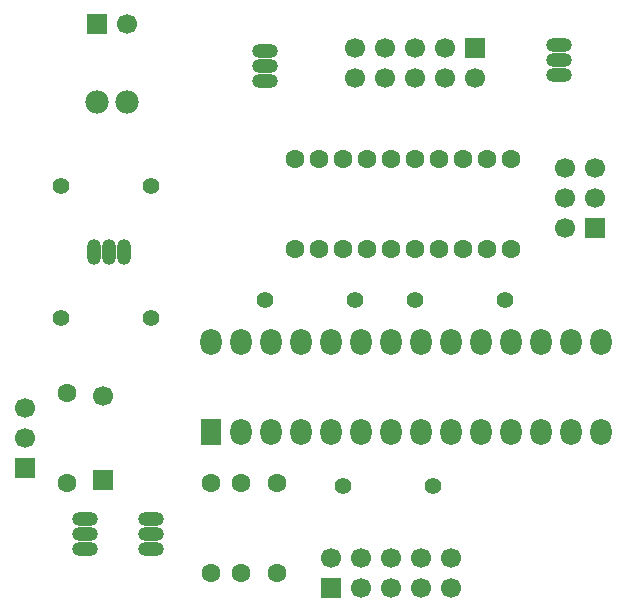
<source format=gbs>
%FSLAX42Y42*%
%MOMM*%
G71*
G01*
G75*
%ADD10C,0.25*%
%ADD11C,0.51*%
%ADD12C,0.41*%
%ADD13C,1.40*%
%ADD14C,1.50*%
%ADD15R,1.50X1.50*%
%ADD16C,1.78*%
%ADD17O,1.00X2.00*%
%ADD18O,1.00X2.00*%
%ADD19C,1.20*%
%ADD20O,1.57X2.03*%
%ADD21R,1.57X2.03*%
%ADD22O,2.00X1.00*%
%ADD23O,2.00X1.00*%
%ADD24C,0.20*%
%ADD25C,0.20*%
%ADD26C,0.15*%
%ADD27R,1.90X0.80*%
%ADD28C,1.60*%
%ADD29C,1.70*%
%ADD30R,1.70X1.70*%
%ADD31C,1.98*%
%ADD32O,1.20X2.20*%
%ADD33O,1.20X2.20*%
%ADD34C,1.40*%
%ADD35O,1.78X2.24*%
%ADD36R,1.78X2.24*%
%ADD37O,2.20X1.20*%
%ADD38O,2.20X1.20*%
D28*
X4572Y6934D02*
D03*
Y7696D02*
D03*
X6350Y6172D02*
D03*
Y6934D02*
D03*
X5791Y6172D02*
D03*
Y6934D02*
D03*
X6045Y6172D02*
D03*
Y6934D02*
D03*
X6502Y8915D02*
D03*
Y9677D02*
D03*
X6706Y8915D02*
D03*
Y9677D02*
D03*
X6909Y8915D02*
D03*
Y9677D02*
D03*
X7112Y8915D02*
D03*
Y9677D02*
D03*
X7315Y8915D02*
D03*
Y9677D02*
D03*
X7518Y8915D02*
D03*
Y9677D02*
D03*
X7722Y8915D02*
D03*
Y9677D02*
D03*
X7925Y8915D02*
D03*
Y9677D02*
D03*
X8331Y8915D02*
D03*
Y9677D02*
D03*
X8128Y8915D02*
D03*
Y9677D02*
D03*
D29*
X4877Y7670D02*
D03*
X4216Y7569D02*
D03*
Y7315D02*
D03*
X6807Y6299D02*
D03*
X7061Y6045D02*
D03*
Y6299D02*
D03*
X7315Y6045D02*
D03*
Y6299D02*
D03*
X7569Y6045D02*
D03*
Y6299D02*
D03*
X7823Y6045D02*
D03*
Y6299D02*
D03*
X8788Y9093D02*
D03*
X9042Y9347D02*
D03*
X8788D02*
D03*
X9042Y9601D02*
D03*
X8788D02*
D03*
X5080Y10820D02*
D03*
X7010Y10363D02*
D03*
Y10617D02*
D03*
X7264Y10363D02*
D03*
Y10617D02*
D03*
X7518Y10363D02*
D03*
Y10617D02*
D03*
X7772Y10363D02*
D03*
Y10617D02*
D03*
X8026Y10363D02*
D03*
D30*
X4877Y6960D02*
D03*
X4216Y7061D02*
D03*
X6807Y6045D02*
D03*
X9042Y9093D02*
D03*
X4826Y10820D02*
D03*
X8026Y10617D02*
D03*
D31*
X4826Y10160D02*
D03*
X5080D02*
D03*
D32*
X5055Y8890D02*
D03*
X4928D02*
D03*
D33*
X4801D02*
D03*
D34*
X5283Y8331D02*
D03*
X4521D02*
D03*
X5283Y9449D02*
D03*
X4521D02*
D03*
X6248Y8484D02*
D03*
X7010D02*
D03*
X7518D02*
D03*
X8280D02*
D03*
X6909Y6909D02*
D03*
X7671D02*
D03*
D35*
X9093Y8128D02*
D03*
X8839D02*
D03*
X8331D02*
D03*
X8077D02*
D03*
X7823D02*
D03*
X7569D02*
D03*
X7315D02*
D03*
X7061D02*
D03*
X6807D02*
D03*
X6553D02*
D03*
X6299D02*
D03*
X6045D02*
D03*
X5791D02*
D03*
X9093Y7366D02*
D03*
X8839D02*
D03*
X8585D02*
D03*
X8331D02*
D03*
X8077D02*
D03*
X7823D02*
D03*
X7569D02*
D03*
X7315D02*
D03*
X7061D02*
D03*
X6807D02*
D03*
X6553D02*
D03*
X6299D02*
D03*
X6045D02*
D03*
X8585Y8128D02*
D03*
D36*
X5791Y7366D02*
D03*
D37*
X8738Y10389D02*
D03*
Y10516D02*
D03*
X4724Y6502D02*
D03*
Y6629D02*
D03*
X5283Y6502D02*
D03*
Y6629D02*
D03*
X6248Y10465D02*
D03*
Y10592D02*
D03*
D38*
X8738Y10643D02*
D03*
X4724Y6375D02*
D03*
X5283D02*
D03*
X6248Y10338D02*
D03*
M02*

</source>
